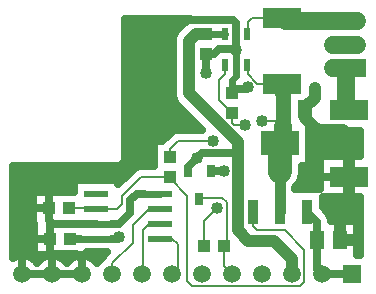
<source format=gbr>
G04 DipTrace 3.3.1.3*
G04 Top.gbr*
%MOMM*%
G04 #@! TF.FileFunction,Copper,L1,Top*
G04 #@! TF.Part,Single*
G04 #@! TA.AperFunction,Conductor*
%ADD14C,0.7*%
G04 #@! TA.AperFunction,CopperBalancing*
%ADD15C,0.2*%
G04 #@! TA.AperFunction,Conductor*
%ADD16C,1.0*%
%ADD17C,1.5*%
%ADD18C,2.0*%
%ADD19C,0.6*%
%ADD20C,0.65*%
G04 #@! TA.AperFunction,ViaPad*
%ADD21C,1.016*%
G04 #@! TA.AperFunction,Conductor*
%ADD22C,0.95*%
%ADD23C,1.3*%
G04 #@! TA.AperFunction,CopperBalancing*
%ADD24C,0.635*%
%ADD25R,1.1X1.0*%
%ADD26R,1.3X1.5*%
%ADD27R,1.0X1.1*%
%ADD29R,0.65X1.05*%
G04 #@! TA.AperFunction,ComponentPad*
%ADD30R,1.5X1.5*%
%ADD31C,1.5*%
%ADD32R,3.2X1.8*%
%ADD33R,2.0X0.6*%
%ADD35R,0.95X2.15*%
%ADD36R,3.25X2.15*%
%ADD38R,0.6X1.1*%
%FSLAX35Y35*%
G04*
G71*
G90*
G75*
G01*
G04 Top*
%LPD*%
X3704000Y1465000D2*
D14*
Y1215000D1*
X3745000Y1174000D1*
X3704000Y1465000D2*
Y1614000D1*
X3617000Y1701000D1*
X3745000Y1174000D2*
X3999000D1*
X2980000Y2539000D2*
D15*
X2873000Y2646000D1*
Y2819000D1*
X2921000Y2867000D1*
Y2940000D1*
X2980000Y2539000D2*
Y2454000D1*
X2996000Y2438000D1*
X3095000D1*
X2373000Y1472000D2*
X2474000D1*
X2522000Y1424000D1*
Y1221000D1*
X2475000Y1174000D1*
X3894000Y1465000D2*
D16*
Y1672000D1*
X4024000Y1802000D1*
X3969000D1*
Y1999000D1*
X4037000Y3116000D2*
X3837000D1*
X3600000Y2573000D2*
Y2497000D1*
X3651740Y2445260D1*
X3708000Y2389000D1*
X3925000D1*
X3969000Y2345000D1*
Y1999000D1*
X3016000Y2940000D2*
D19*
Y3069000D1*
X2766000Y3039000D2*
D14*
X2829000D1*
X2871000Y3081000D1*
X3016000D1*
Y3069000D1*
X3600000Y2573000D2*
D16*
Y2584000D1*
X3684000Y2668000D1*
Y2748000D1*
X3894000Y1465000D2*
X4036000D1*
X3016000Y2940000D2*
D19*
Y2853000D1*
X2983000Y2820000D1*
Y2712000D1*
D15*
X2980000Y2709000D1*
X2745000Y1411000D2*
Y1622000D1*
X2856000Y1733000D1*
X2802000Y2042000D2*
D20*
X2913000D1*
X1833000Y1599000D2*
D19*
X1968000D1*
D14*
X2028000D1*
X2121000Y1692000D1*
Y1800000D1*
X2174000Y1853000D1*
X2238000D1*
D19*
X2373000D1*
X1436000Y1731000D2*
D14*
Y1632000D1*
X1443000Y1625000D1*
Y1600891D1*
Y1472000D1*
Y1347000D1*
X1459000D1*
Y1174000D1*
X1713000D2*
X1459000D1*
X1205000D1*
X1833000Y1599000D2*
Y1600891D1*
X1443000D1*
X1436000Y1731000D2*
Y1923000D1*
X1582000Y2069000D1*
X2020000D1*
X2093000Y2142000D1*
Y3283000D1*
X2137000Y3327000D1*
X2987000D1*
X3016000Y3298000D1*
Y3069000D1*
X3969000Y1999000D2*
X3703000D1*
X3651740Y2050260D1*
Y2445260D1*
X1443000Y1472000D2*
X1286000D1*
X1224027Y1410027D1*
X1205000Y1391000D1*
Y1174000D1*
X1713000D2*
Y1293000D1*
X1659000Y1347000D1*
X1459000D1*
X2766000Y3039000D2*
Y2872000D1*
X2980000Y2709000D2*
Y2739000D1*
X3102000D1*
X3117000Y2754000D1*
X1436000Y1731000D2*
X1284000D1*
X1224027Y1671027D1*
Y1410027D1*
X4037000Y3116000D2*
D17*
X3837000D1*
X3969000Y1999000D2*
D3*
X3907000Y1687000D2*
D16*
X3894000Y1672000D1*
X3903000Y1800000D2*
D21*
X3969000Y1802000D1*
X4024000D2*
X4030000Y1682000D1*
X3907000D1*
Y1687000D1*
X3969000Y1802000D2*
D16*
X3905000D1*
X3903000Y1800000D1*
Y1691000D1*
X3907000Y1687000D1*
X3903000Y1800000D2*
X3786000D1*
X3387000Y2281000D2*
D18*
Y2035000D1*
D22*
Y1701000D1*
X3409000Y2784000D2*
D16*
Y2574000D1*
X3410000Y2573000D1*
Y2472000D1*
Y2304000D1*
X3387000Y2281000D1*
X3111000Y2940000D2*
D15*
X3116000D1*
Y2864000D1*
X3196000Y2784000D1*
X3409000D1*
X3236000Y2472000D2*
X3410000D1*
X2454000Y2164000D2*
Y2231000D1*
X2523000Y2300000D1*
X2825000D1*
X3410000Y2573000D2*
D23*
Y2723000D1*
D17*
Y2783000D1*
X3409000Y2784000D1*
X3410000Y2573000D2*
D23*
Y2423000D1*
D17*
Y2304000D1*
X3387000Y2281000D1*
X4037000Y3316000D2*
D16*
X3837000D1*
X3437000D1*
X3409000Y3344000D1*
X3111000Y3210000D2*
D15*
X3114000D1*
Y3306000D1*
X3152000Y3344000D1*
X3409000D1*
X4037000Y3316000D2*
D17*
X3837000D1*
X3437000D1*
X3409000Y3344000D1*
X1606000Y1731000D2*
D15*
X1833000D1*
Y1726000D1*
X2454000Y1994000D2*
X2210000D1*
X2047000Y1831000D1*
Y1767000D1*
X2006000Y1726000D1*
X1833000D1*
X2454000Y1994000D2*
Y1986000D1*
X2604000Y1836000D1*
Y1114000D1*
X2644000Y1074000D1*
X3559000D1*
X3592000Y1107000D1*
Y1381000D1*
X3430000Y1543000D1*
X3194000D1*
X3157000Y1580000D1*
Y1701000D1*
X4037000Y2916000D2*
D16*
X3943987D1*
X3837000D1*
X4037000D2*
X3946000D1*
Y2536000D1*
X3969000Y2559000D1*
X4037000Y2916000D2*
D17*
X3837000D1*
X3943987D2*
Y2584013D1*
X3969000Y2559000D1*
X2373000Y1599000D2*
D15*
X2281000D1*
X2232000Y1550000D1*
Y1185000D1*
X2221000Y1174000D1*
X2373000Y1726000D2*
X2277000D1*
X2140000Y1589000D1*
Y1438000D1*
X1967000Y1265000D1*
Y1174000D1*
X2915000Y1411000D2*
Y1242000D1*
X2983000Y1174000D1*
X2707000Y1812000D2*
X2720000D1*
X2729000Y1821000D1*
X2901000D1*
X2936000Y1786000D1*
Y1432000D1*
X2915000Y1411000D1*
X2766000Y3209000D2*
D19*
X2921000Y3210000D1*
X2766000Y3209000D2*
D16*
X2678000D1*
X2614000Y3145000D1*
Y2704000D1*
X3029000Y2289000D1*
Y2197743D1*
Y2119000D1*
Y1544000D1*
X3120000Y1453000D1*
X3338000D1*
X3491000Y1300000D1*
Y1174000D1*
X2612000Y2042000D2*
D20*
Y2083570D1*
D14*
X2684430Y2156000D1*
X2726173Y2197743D1*
X3029000D1*
X1613000Y1472000D2*
X1698000D1*
D19*
X1833000D1*
X1968000D1*
D14*
X2008000D1*
X2022000Y1486000D1*
D21*
X3095000Y2438000D3*
X3016000Y3069000D3*
X3684000Y2748000D3*
X4036000Y1465000D3*
X3684000Y2748000D3*
X2856000Y1733000D3*
X2913000Y2042000D3*
X2766000Y2872000D3*
X3117000Y2754000D3*
X2766000Y2872000D3*
X4024000Y1802000D3*
X3786000Y1800000D3*
X3236000Y2472000D3*
X2825000Y2300000D3*
X3029000Y2119000D3*
X2022000Y1486000D3*
X2684430Y2156000D3*
X3903000Y1800000D3*
X4030000Y1682000D3*
X3907000Y1687000D3*
X2082067Y3271083D2*
D24*
X2543782D1*
X2082067Y3207917D2*
X2489003D1*
X2082067Y3144750D2*
X2473326D1*
X2082067Y3081583D2*
X2473326D1*
X2082067Y3018417D2*
X2473326D1*
X2082067Y2955250D2*
X2473326D1*
X2082067Y2892083D2*
X2473326D1*
X2082067Y2828917D2*
X2473326D1*
X2082067Y2765750D2*
X2473326D1*
X2082067Y2702583D2*
X2473326D1*
X2082067Y2639417D2*
X2489914D1*
X2082067Y2576250D2*
X2545513D1*
X2082067Y2513083D2*
X2608677D1*
X2082067Y2449917D2*
X2671841D1*
X2082067Y2386750D2*
X2479706D1*
X3640114D2*
X3718378D1*
X2082067Y2323583D2*
X2406880D1*
X3640114D2*
X4055891D1*
X2082067Y2260417D2*
X2313365D1*
X3640114D2*
X4055891D1*
X2082067Y2197250D2*
X2313365D1*
X3640114D2*
X4055891D1*
X2082067Y2134083D2*
X2313365D1*
X3640114D2*
X3718378D1*
X1132146Y2070917D2*
X2149120D1*
X3577679D2*
X3718378D1*
X1132146Y2007750D2*
X2084042D1*
X3575583D2*
X3718378D1*
X1132146Y1944583D2*
X1642349D1*
X3553890D2*
X3718378D1*
X1132146Y1881417D2*
X1642349D1*
X1132146Y1818250D2*
X1290344D1*
X3755140D2*
X4055891D1*
X1132146Y1755083D2*
X1290344D1*
X3755140D2*
X4055891D1*
X1132146Y1691917D2*
X1290344D1*
X3800713D2*
X4055891D1*
X1132146Y1628750D2*
X1290344D1*
X3828695D2*
X4055891D1*
X1132146Y1565583D2*
X1297362D1*
X1132146Y1502417D2*
X1297362D1*
X1132146Y1439250D2*
X1297362D1*
X1132146Y1376083D2*
X1297362D1*
X1289281Y1312917D2*
X1374745D1*
X1543304D2*
X1628677D1*
X1797328D2*
X1879420D1*
X1473699Y1337710D2*
X1303710D1*
Y1596692D1*
X1296711Y1596709D1*
Y1865289D1*
X1648729D1*
X1648710Y1967290D1*
X2017290D1*
Y1934568D1*
X2148763Y2065699D1*
X2160734Y2074396D1*
X2173917Y2081113D1*
X2187988Y2085685D1*
X2202602Y2087999D1*
X2319648Y2088290D1*
X2319711Y2303289D1*
X2392901D1*
X2461763Y2371699D1*
X2473734Y2380396D1*
X2486917Y2387113D1*
X2500988Y2391685D1*
X2515602Y2394000D1*
X2639667Y2394290D1*
X2728169D1*
X2731090Y2397014D1*
X2511885Y2616785D1*
X2499499Y2633834D1*
X2489932Y2652609D1*
X2483420Y2672651D1*
X2480124Y2693464D1*
X2479710Y2774000D1*
X2480124Y3155536D1*
X2483420Y3176349D1*
X2489932Y3196391D1*
X2499499Y3215166D1*
X2511885Y3232214D1*
X2568540Y3289455D1*
X2590786Y3311115D1*
X2607834Y3323501D1*
X2626648Y3333082D1*
X2624000Y3334250D1*
X2075758D1*
X2075359Y2111033D1*
X2073333Y2103850D1*
X2069686Y2097338D1*
X2064620Y2091857D1*
X2058414Y2087710D1*
X2051412Y2085127D1*
X2044000Y2084250D1*
X1125706D1*
X1125750Y1312185D1*
X1142123Y1320355D1*
X1159666Y1326703D1*
X1177830Y1330956D1*
X1196368Y1333056D1*
X1215024Y1332974D1*
X1233542Y1330712D1*
X1251669Y1326300D1*
X1269155Y1319799D1*
X1285762Y1311298D1*
X1301261Y1300914D1*
X1315439Y1288789D1*
X1328103Y1275089D1*
X1331985Y1270142D1*
X1346226Y1286496D1*
X1360152Y1298909D1*
X1375434Y1309610D1*
X1391863Y1318450D1*
X1409212Y1325309D1*
X1427244Y1330093D1*
X1445712Y1332735D1*
X1464363Y1333200D1*
X1482939Y1331481D1*
X1501187Y1327602D1*
X1518857Y1321616D1*
X1535706Y1313605D1*
X1551502Y1303679D1*
X1566029Y1291975D1*
X1579089Y1278652D1*
X1585985Y1270142D1*
X1600226Y1286496D1*
X1614152Y1298909D1*
X1629434Y1309610D1*
X1645863Y1318450D1*
X1663212Y1325309D1*
X1681244Y1330093D1*
X1699712Y1332735D1*
X1718363Y1333200D1*
X1736939Y1331481D1*
X1755187Y1327602D1*
X1772857Y1321616D1*
X1789706Y1313605D1*
X1805502Y1303679D1*
X1820029Y1291975D1*
X1833089Y1278652D1*
X1839985Y1270142D1*
X1854365Y1286635D1*
X1873372Y1302868D1*
X1884155Y1310032D1*
X1890717Y1320422D1*
X1900348Y1331693D1*
X1926300Y1357647D1*
X1752330Y1357710D1*
X1752290Y1337710D1*
X1473710Y1337801D1*
X3822770Y1624290D2*
X4043290D1*
Y1333298D1*
X4062198Y1333289D1*
X4062250Y1824659D1*
X3748793Y1824710D1*
X3748791Y1737933D1*
X3794709Y1691473D1*
X3805712Y1676329D1*
X3814210Y1659650D1*
X3819994Y1641848D1*
X3821826Y1632625D1*
X3724699Y2413710D2*
X3633808D1*
X3633791Y2089209D1*
X3571356D1*
X3570722Y2020541D1*
X3566198Y1991978D1*
X3557262Y1964475D1*
X3544133Y1938709D1*
X3527135Y1915313D1*
X3518809Y1906306D1*
X3518791Y1892698D1*
X3724651Y1892789D1*
X3724710Y2173290D1*
X4062260D1*
X4062250Y2384659D1*
X3724710Y2384710D1*
Y2413786D1*
X1303801Y1472000D2*
D15*
X1443000D1*
X3894000Y1465000D2*
X4043199D1*
X1296802Y1731000D2*
X1436000D1*
X3724801Y1999000D2*
X3969000D1*
D25*
X1443000Y1472000D3*
X1613000D3*
D26*
X3704000Y1465000D3*
X3894000D3*
X3410000Y2573000D3*
X3600000D3*
D25*
X2745000Y1411000D3*
X2915000D3*
D27*
X2766000Y3209000D3*
Y3039000D3*
D29*
X2802000Y2042000D3*
X2612000D3*
X2707000Y1812000D3*
D30*
X3999000Y1174000D3*
D31*
X3745000D3*
X3491000D3*
X3237000D3*
X2983000D3*
X2729000D3*
X2475000D3*
X2221000D3*
X1967000D3*
X1713000D3*
X1459000D3*
X1205000D3*
D25*
X1436000Y1731000D3*
X1606000D3*
D27*
X2454000Y1994000D3*
Y2164000D3*
D32*
X3409000Y3344000D3*
Y2784000D3*
X3969000Y2559000D3*
Y1999000D3*
D27*
X2980000Y2709000D3*
Y2539000D3*
D33*
X2373000Y1472000D3*
Y1599000D3*
Y1726000D3*
Y1853000D3*
X1833000D3*
Y1726000D3*
Y1599000D3*
Y1472000D3*
D35*
X3157000Y1701000D3*
X3387000D3*
X3617000D3*
D36*
X3387000Y2281000D3*
D38*
X2921000Y2940000D3*
X3016000D3*
X3111000D3*
Y3210000D3*
X2921000D3*
D30*
X4037000Y2916000D3*
D31*
Y3116000D3*
Y3316000D3*
X3837000D3*
Y3116000D3*
Y2916000D3*
M02*

</source>
